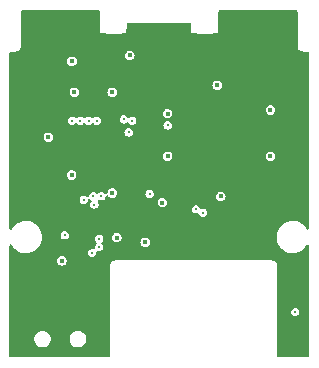
<source format=gbr>
%TF.GenerationSoftware,KiCad,Pcbnew,7.0.8*%
%TF.CreationDate,2024-04-10T13:39:31+02:00*%
%TF.ProjectId,Expansion_Card_Retrofit,45787061-6e73-4696-9f6e-5f436172645f,X1*%
%TF.SameCoordinates,Original*%
%TF.FileFunction,Copper,L2,Inr*%
%TF.FilePolarity,Positive*%
%FSLAX46Y46*%
G04 Gerber Fmt 4.6, Leading zero omitted, Abs format (unit mm)*
G04 Created by KiCad (PCBNEW 7.0.8) date 2024-04-10 13:39:31*
%MOMM*%
%LPD*%
G01*
G04 APERTURE LIST*
%TA.AperFunction,ViaPad*%
%ADD10C,0.300000*%
%TD*%
%TA.AperFunction,ViaPad*%
%ADD11C,0.400000*%
%TD*%
G04 APERTURE END LIST*
D10*
%TO.N,GND*%
X144700000Y-92200000D03*
X135800000Y-103400000D03*
X135200000Y-102800000D03*
X144200000Y-101400000D03*
X145500000Y-89900000D03*
X145500000Y-90900000D03*
X138500000Y-100700000D03*
X146900000Y-102100000D03*
X146900000Y-106000000D03*
X134300000Y-92200000D03*
X133200000Y-98100000D03*
X133700000Y-88700000D03*
X145200000Y-101800000D03*
X148800000Y-89300000D03*
X144300000Y-99000000D03*
X133200000Y-96900000D03*
X148900000Y-93500000D03*
X143000000Y-95800000D03*
X133100000Y-88400000D03*
X139000000Y-89200000D03*
X132400000Y-92200000D03*
X149500000Y-100000000D03*
X138400000Y-88000000D03*
X138900000Y-93500000D03*
X133200000Y-95700000D03*
X136300000Y-98800000D03*
X143000000Y-97300000D03*
X142000000Y-103800000D03*
X143000000Y-99000000D03*
X135100000Y-98800000D03*
X149700000Y-95400000D03*
X141300000Y-93400000D03*
X150500000Y-94500000D03*
X149900000Y-98400000D03*
X141000000Y-96200000D03*
X145300000Y-94600000D03*
X132700000Y-91300000D03*
X136500000Y-90100000D03*
X141100000Y-99800000D03*
X142000000Y-100300000D03*
X131800000Y-90300000D03*
X142100000Y-93400000D03*
X146900000Y-104000000D03*
X142000000Y-106000000D03*
X145700000Y-99000000D03*
X144500000Y-106000000D03*
X141000000Y-97000000D03*
X135200000Y-90100000D03*
X139400000Y-103600000D03*
X142200000Y-90200000D03*
X137700000Y-99200000D03*
X150200000Y-89300000D03*
X139400000Y-106000000D03*
X135600000Y-92200000D03*
X144500000Y-103700000D03*
X146900000Y-94600000D03*
X134000000Y-98800000D03*
X147300000Y-98700000D03*
X138500000Y-100000000D03*
X137900000Y-88500000D03*
X143000000Y-94400000D03*
X138900000Y-92200000D03*
D11*
X137900000Y-96900000D03*
D10*
X141300000Y-91200000D03*
D11*
%TO.N,+3V3*%
X145500000Y-101120000D03*
X132874500Y-99300000D03*
X145200000Y-91700000D03*
X132050500Y-106575500D03*
X149700000Y-97700000D03*
X130900000Y-96100000D03*
X133100000Y-92300000D03*
X141000000Y-94100000D03*
X132900000Y-89674500D03*
X136300000Y-92300000D03*
X149700000Y-93800000D03*
X136300000Y-100825500D03*
X139100000Y-105000000D03*
X140552455Y-101631409D03*
X141000000Y-97700000D03*
%TO.N,VBUS*%
X137800000Y-89180000D03*
X136700000Y-104600000D03*
D10*
%TO.N,/Development Board Section/GPIO_ADC3*%
X139475000Y-100900000D03*
X132914820Y-94700000D03*
%TO.N,LED_EN*%
X151800000Y-110900000D03*
X135000000Y-94700000D03*
%TO.N,GPIO2*%
X133900000Y-101400000D03*
X135200000Y-104700000D03*
%TO.N,GPIO3*%
X134800000Y-101800000D03*
%TO.N,GPIO4*%
X134700000Y-101100000D03*
%TO.N,GPIO5*%
X135400000Y-101100000D03*
%TO.N,SWCLK*%
X135200000Y-105400000D03*
X141000000Y-95100000D03*
X137700000Y-95700000D03*
%TO.N,SWDIO*%
X134600000Y-105900000D03*
X137300000Y-94600000D03*
%TO.N,/Development Board Section/RUN*%
X138000000Y-94700000D03*
X132300000Y-104400000D03*
%TO.N,GPIO_ADC0*%
X134304000Y-94700000D03*
X144000000Y-102500000D03*
%TO.N,GPIO_ADC1*%
X133600000Y-94700000D03*
X143400000Y-102200000D03*
%TD*%
%TA.AperFunction,Conductor*%
%TO.N,GND*%
G36*
X135193039Y-85370185D02*
G01*
X135238794Y-85422989D01*
X135250000Y-85474500D01*
X135250000Y-87250000D01*
X135525948Y-87250000D01*
X135579748Y-87262279D01*
X135700412Y-87320389D01*
X135700416Y-87320390D01*
X135700419Y-87320391D01*
X135832333Y-87350499D01*
X135832338Y-87350499D01*
X135832340Y-87350500D01*
X135832342Y-87350500D01*
X137017658Y-87350500D01*
X137017660Y-87350500D01*
X137017662Y-87350499D01*
X137017666Y-87350499D01*
X137149580Y-87320391D01*
X137149580Y-87320390D01*
X137149588Y-87320389D01*
X137270251Y-87262279D01*
X137324052Y-87250000D01*
X137500000Y-87250000D01*
X137500000Y-87020227D01*
X137512279Y-86966428D01*
X137520389Y-86949588D01*
X137550500Y-86817660D01*
X137550500Y-86750000D01*
X137550500Y-86702405D01*
X137550500Y-86514500D01*
X137570185Y-86447461D01*
X137622989Y-86401706D01*
X137674500Y-86390500D01*
X142876000Y-86390500D01*
X142943039Y-86410185D01*
X142988794Y-86462989D01*
X143000000Y-86514500D01*
X143000000Y-87250000D01*
X143275948Y-87250000D01*
X143329748Y-87262279D01*
X143450412Y-87320389D01*
X143450416Y-87320390D01*
X143450419Y-87320391D01*
X143582333Y-87350499D01*
X143582338Y-87350499D01*
X143582340Y-87350500D01*
X143582342Y-87350500D01*
X144767658Y-87350500D01*
X144767660Y-87350500D01*
X144767662Y-87350499D01*
X144767666Y-87350499D01*
X144899580Y-87320391D01*
X144899580Y-87320390D01*
X144899588Y-87320389D01*
X145020251Y-87262279D01*
X145074052Y-87250000D01*
X145250000Y-87250000D01*
X145250000Y-87020227D01*
X145262279Y-86966428D01*
X145270389Y-86949588D01*
X145300500Y-86817660D01*
X145300500Y-86750000D01*
X145300500Y-86702405D01*
X145300500Y-85474500D01*
X145320185Y-85407461D01*
X145372989Y-85361706D01*
X145424500Y-85350500D01*
X151875500Y-85350500D01*
X151942539Y-85370185D01*
X151988294Y-85422989D01*
X151999500Y-85474500D01*
X151999500Y-88317656D01*
X151999610Y-88318632D01*
X152000000Y-88325582D01*
X152000000Y-88750000D01*
X152225948Y-88750000D01*
X152279748Y-88762279D01*
X152400412Y-88820389D01*
X152400416Y-88820390D01*
X152400419Y-88820391D01*
X152532333Y-88850499D01*
X152532338Y-88850499D01*
X152532340Y-88850500D01*
X152543827Y-88850500D01*
X152875500Y-88850500D01*
X152942539Y-88870185D01*
X152988294Y-88922989D01*
X152999500Y-88974500D01*
X152999500Y-103801632D01*
X152979815Y-103868671D01*
X152927011Y-103914426D01*
X152857853Y-103924370D01*
X152794297Y-103895345D01*
X152769910Y-103866646D01*
X152751814Y-103837257D01*
X152692951Y-103741657D01*
X152540620Y-103568575D01*
X152540619Y-103568574D01*
X152540615Y-103568570D01*
X152361234Y-103423730D01*
X152361233Y-103423729D01*
X152159938Y-103311279D01*
X151942541Y-103234468D01*
X151942540Y-103234467D01*
X151942538Y-103234467D01*
X151942534Y-103234466D01*
X151942533Y-103234466D01*
X151715293Y-103195500D01*
X151715285Y-103195500D01*
X151542465Y-103195500D01*
X151542460Y-103195500D01*
X151370265Y-103210155D01*
X151147131Y-103268254D01*
X150937034Y-103363223D01*
X150937032Y-103363224D01*
X150745999Y-103492342D01*
X150579540Y-103651878D01*
X150442434Y-103837257D01*
X150338630Y-104043138D01*
X150271113Y-104263606D01*
X150241828Y-104492306D01*
X150251613Y-104722662D01*
X150251614Y-104722670D01*
X150300190Y-104948062D01*
X150300190Y-104948063D01*
X150371411Y-105125304D01*
X150386159Y-105162006D01*
X150430089Y-105233353D01*
X150507048Y-105358342D01*
X150659380Y-105531425D01*
X150659384Y-105531429D01*
X150838765Y-105676269D01*
X150838766Y-105676270D01*
X150838769Y-105676271D01*
X150838772Y-105676274D01*
X151040063Y-105788721D01*
X151257462Y-105865533D01*
X151384272Y-105887277D01*
X151484706Y-105904499D01*
X151484715Y-105904500D01*
X151657540Y-105904500D01*
X151829734Y-105889844D01*
X151829737Y-105889843D01*
X151829739Y-105889843D01*
X152052869Y-105831745D01*
X152260237Y-105738009D01*
X152262965Y-105736776D01*
X152262967Y-105736775D01*
X152262967Y-105736774D01*
X152262971Y-105736773D01*
X152454000Y-105607659D01*
X152620462Y-105448119D01*
X152757566Y-105262742D01*
X152764777Y-105248437D01*
X152812535Y-105197440D01*
X152880284Y-105180356D01*
X152946514Y-105202613D01*
X152990198Y-105257142D01*
X152999500Y-105304264D01*
X152999500Y-114625500D01*
X152979815Y-114692539D01*
X152927011Y-114738294D01*
X152875500Y-114749500D01*
X150424500Y-114749500D01*
X150357461Y-114729815D01*
X150311706Y-114677011D01*
X150300500Y-114625500D01*
X150300500Y-110900002D01*
X151445131Y-110900002D01*
X151462498Y-111009658D01*
X151512904Y-111108585D01*
X151512909Y-111108592D01*
X151591407Y-111187090D01*
X151591410Y-111187092D01*
X151591413Y-111187095D01*
X151690339Y-111237500D01*
X151690341Y-111237501D01*
X151799998Y-111254869D01*
X151800000Y-111254869D01*
X151800002Y-111254869D01*
X151909658Y-111237501D01*
X151909659Y-111237500D01*
X151909661Y-111237500D01*
X152008587Y-111187095D01*
X152087095Y-111108587D01*
X152137500Y-111009661D01*
X152137500Y-111009659D01*
X152137501Y-111009658D01*
X152154869Y-110900002D01*
X152154869Y-110899997D01*
X152137501Y-110790341D01*
X152137500Y-110790339D01*
X152087095Y-110691413D01*
X152087092Y-110691410D01*
X152087090Y-110691407D01*
X152008592Y-110612909D01*
X152008588Y-110612906D01*
X152008587Y-110612905D01*
X152004743Y-110610946D01*
X151909658Y-110562498D01*
X151800002Y-110545131D01*
X151799998Y-110545131D01*
X151690341Y-110562498D01*
X151591414Y-110612904D01*
X151591407Y-110612909D01*
X151512909Y-110691407D01*
X151512904Y-110691414D01*
X151462498Y-110790341D01*
X151445131Y-110899997D01*
X151445131Y-110900002D01*
X150300500Y-110900002D01*
X150300500Y-107019583D01*
X150300481Y-107019183D01*
X150300485Y-106985057D01*
X150300484Y-106985052D01*
X150281889Y-106903550D01*
X150275397Y-106875095D01*
X150226467Y-106773473D01*
X150168523Y-106700804D01*
X150156154Y-106685291D01*
X150156149Y-106685286D01*
X150067969Y-106614959D01*
X149966354Y-106566021D01*
X149966350Y-106566020D01*
X149953962Y-106563192D01*
X149856394Y-106540921D01*
X149856391Y-106540921D01*
X136651383Y-106540921D01*
X136651311Y-106540900D01*
X136600000Y-106540900D01*
X136543603Y-106540900D01*
X136474672Y-106556634D01*
X136433641Y-106566000D01*
X136433638Y-106566001D01*
X136332019Y-106614941D01*
X136243835Y-106685271D01*
X136243834Y-106685273D01*
X136173514Y-106773462D01*
X136124583Y-106875087D01*
X136124583Y-106875088D01*
X136099494Y-106985052D01*
X136099493Y-106985056D01*
X136099500Y-107041389D01*
X136099500Y-114625500D01*
X136079815Y-114692539D01*
X136027011Y-114738294D01*
X135975500Y-114749500D01*
X127724500Y-114749500D01*
X127657461Y-114729815D01*
X127611706Y-114677011D01*
X127600500Y-114625500D01*
X127600500Y-113285542D01*
X129695500Y-113285542D01*
X129736441Y-113451650D01*
X129736442Y-113451653D01*
X129736443Y-113451654D01*
X129815950Y-113603141D01*
X129929399Y-113731199D01*
X130070198Y-113828385D01*
X130157472Y-113861483D01*
X130230160Y-113889051D01*
X130230162Y-113889051D01*
X130230164Y-113889052D01*
X130272572Y-113894201D01*
X130357387Y-113904500D01*
X130357389Y-113904500D01*
X130442613Y-113904500D01*
X130506223Y-113896776D01*
X130569836Y-113889052D01*
X130729802Y-113828385D01*
X130870601Y-113731199D01*
X130984050Y-113603141D01*
X131063557Y-113451654D01*
X131104500Y-113285542D01*
X132695500Y-113285542D01*
X132736441Y-113451650D01*
X132736442Y-113451653D01*
X132736443Y-113451654D01*
X132815950Y-113603141D01*
X132929399Y-113731199D01*
X133070198Y-113828385D01*
X133157472Y-113861483D01*
X133230160Y-113889051D01*
X133230162Y-113889051D01*
X133230164Y-113889052D01*
X133272572Y-113894201D01*
X133357387Y-113904500D01*
X133357389Y-113904500D01*
X133442613Y-113904500D01*
X133506223Y-113896776D01*
X133569836Y-113889052D01*
X133729802Y-113828385D01*
X133870601Y-113731199D01*
X133984050Y-113603141D01*
X134063557Y-113451654D01*
X134104500Y-113285542D01*
X134104500Y-113114458D01*
X134063557Y-112948346D01*
X133984050Y-112796859D01*
X133870601Y-112668801D01*
X133729802Y-112571615D01*
X133569839Y-112510948D01*
X133569834Y-112510947D01*
X133442613Y-112495500D01*
X133442611Y-112495500D01*
X133357389Y-112495500D01*
X133357387Y-112495500D01*
X133230165Y-112510947D01*
X133230160Y-112510948D01*
X133070197Y-112571615D01*
X133070196Y-112571616D01*
X132929399Y-112668800D01*
X132815950Y-112796859D01*
X132736441Y-112948349D01*
X132695500Y-113114457D01*
X132695500Y-113285542D01*
X131104500Y-113285542D01*
X131104500Y-113114458D01*
X131063557Y-112948346D01*
X130984050Y-112796859D01*
X130870601Y-112668801D01*
X130729802Y-112571615D01*
X130569839Y-112510948D01*
X130569834Y-112510947D01*
X130442613Y-112495500D01*
X130442611Y-112495500D01*
X130357389Y-112495500D01*
X130357387Y-112495500D01*
X130230165Y-112510947D01*
X130230160Y-112510948D01*
X130070197Y-112571615D01*
X130070196Y-112571616D01*
X129929399Y-112668800D01*
X129815950Y-112796859D01*
X129736441Y-112948349D01*
X129695500Y-113114457D01*
X129695500Y-113285542D01*
X127600500Y-113285542D01*
X127600500Y-106575503D01*
X131645008Y-106575503D01*
X131664852Y-106700800D01*
X131664852Y-106700801D01*
X131664854Y-106700804D01*
X131722450Y-106813842D01*
X131722452Y-106813844D01*
X131722454Y-106813847D01*
X131812152Y-106903545D01*
X131812154Y-106903546D01*
X131812158Y-106903550D01*
X131925196Y-106961146D01*
X131925197Y-106961146D01*
X131925199Y-106961147D01*
X132050497Y-106980992D01*
X132050500Y-106980992D01*
X132050503Y-106980992D01*
X132175800Y-106961147D01*
X132175801Y-106961147D01*
X132175802Y-106961146D01*
X132175804Y-106961146D01*
X132288842Y-106903550D01*
X132378550Y-106813842D01*
X132436146Y-106700804D01*
X132436146Y-106700802D01*
X132436147Y-106700801D01*
X132436147Y-106700800D01*
X132455992Y-106575503D01*
X132455992Y-106575496D01*
X132436147Y-106450199D01*
X132436147Y-106450198D01*
X132436146Y-106450196D01*
X132378550Y-106337158D01*
X132378546Y-106337154D01*
X132378545Y-106337152D01*
X132288847Y-106247454D01*
X132288844Y-106247452D01*
X132288842Y-106247450D01*
X132175804Y-106189854D01*
X132175803Y-106189853D01*
X132175800Y-106189852D01*
X132050503Y-106170008D01*
X132050497Y-106170008D01*
X131925199Y-106189852D01*
X131925198Y-106189852D01*
X131849837Y-106228251D01*
X131812158Y-106247450D01*
X131812157Y-106247451D01*
X131812152Y-106247454D01*
X131722454Y-106337152D01*
X131722451Y-106337157D01*
X131664852Y-106450198D01*
X131664852Y-106450199D01*
X131645008Y-106575496D01*
X131645008Y-106575503D01*
X127600500Y-106575503D01*
X127600500Y-105298367D01*
X127620185Y-105231328D01*
X127672989Y-105185573D01*
X127742147Y-105175629D01*
X127805703Y-105204654D01*
X127830087Y-105233349D01*
X127870120Y-105298367D01*
X127907048Y-105358342D01*
X128059380Y-105531425D01*
X128059384Y-105531429D01*
X128238765Y-105676269D01*
X128238766Y-105676270D01*
X128238769Y-105676271D01*
X128238772Y-105676274D01*
X128440063Y-105788721D01*
X128657462Y-105865533D01*
X128784272Y-105887277D01*
X128884706Y-105904499D01*
X128884715Y-105904500D01*
X129057540Y-105904500D01*
X129110387Y-105900002D01*
X134245131Y-105900002D01*
X134262498Y-106009658D01*
X134312904Y-106108585D01*
X134312909Y-106108592D01*
X134391407Y-106187090D01*
X134391410Y-106187092D01*
X134391413Y-106187095D01*
X134490339Y-106237500D01*
X134490341Y-106237501D01*
X134599998Y-106254869D01*
X134600000Y-106254869D01*
X134600002Y-106254869D01*
X134709658Y-106237501D01*
X134709659Y-106237500D01*
X134709661Y-106237500D01*
X134808587Y-106187095D01*
X134887095Y-106108587D01*
X134937500Y-106009661D01*
X134937500Y-106009659D01*
X134937501Y-106009658D01*
X134954869Y-105900002D01*
X134954869Y-105900001D01*
X134954869Y-105900000D01*
X134951682Y-105879880D01*
X134960636Y-105810589D01*
X135005631Y-105757136D01*
X135072382Y-105736495D01*
X135093551Y-105738008D01*
X135155183Y-105747770D01*
X135199999Y-105754869D01*
X135200000Y-105754869D01*
X135200002Y-105754869D01*
X135309658Y-105737501D01*
X135309659Y-105737500D01*
X135309661Y-105737500D01*
X135408587Y-105687095D01*
X135487095Y-105608587D01*
X135537500Y-105509661D01*
X135537500Y-105509659D01*
X135537501Y-105509658D01*
X135554869Y-105400002D01*
X135554869Y-105399997D01*
X135537501Y-105290341D01*
X135508464Y-105233353D01*
X135487095Y-105191413D01*
X135487092Y-105191410D01*
X135487090Y-105191407D01*
X135433364Y-105137681D01*
X135399879Y-105076358D01*
X135404863Y-105006666D01*
X135433364Y-104962319D01*
X135487090Y-104908592D01*
X135487095Y-104908587D01*
X135537500Y-104809661D01*
X135537500Y-104809659D01*
X135537501Y-104809658D01*
X135554869Y-104700002D01*
X135554869Y-104699997D01*
X135539031Y-104600003D01*
X136294508Y-104600003D01*
X136314352Y-104725300D01*
X136314352Y-104725301D01*
X136329418Y-104754869D01*
X136371950Y-104838342D01*
X136371952Y-104838344D01*
X136371954Y-104838347D01*
X136461652Y-104928045D01*
X136461654Y-104928046D01*
X136461658Y-104928050D01*
X136574696Y-104985646D01*
X136574697Y-104985646D01*
X136574699Y-104985647D01*
X136699997Y-105005492D01*
X136700000Y-105005492D01*
X136700003Y-105005492D01*
X136734659Y-105000003D01*
X138694508Y-105000003D01*
X138714352Y-105125300D01*
X138714352Y-105125301D01*
X138714354Y-105125304D01*
X138771950Y-105238342D01*
X138771952Y-105238344D01*
X138771954Y-105238347D01*
X138861652Y-105328045D01*
X138861654Y-105328046D01*
X138861658Y-105328050D01*
X138974696Y-105385646D01*
X138974697Y-105385646D01*
X138974699Y-105385647D01*
X139099997Y-105405492D01*
X139100000Y-105405492D01*
X139100003Y-105405492D01*
X139225300Y-105385647D01*
X139225301Y-105385647D01*
X139225302Y-105385646D01*
X139225304Y-105385646D01*
X139338342Y-105328050D01*
X139428050Y-105238342D01*
X139485646Y-105125304D01*
X139485646Y-105125302D01*
X139485647Y-105125301D01*
X139485647Y-105125300D01*
X139505492Y-105000003D01*
X139505492Y-104999996D01*
X139485647Y-104874699D01*
X139485647Y-104874698D01*
X139467125Y-104838347D01*
X139428050Y-104761658D01*
X139428046Y-104761654D01*
X139428045Y-104761652D01*
X139338347Y-104671954D01*
X139338344Y-104671952D01*
X139338342Y-104671950D01*
X139225304Y-104614354D01*
X139225303Y-104614353D01*
X139225300Y-104614352D01*
X139100003Y-104594508D01*
X139099997Y-104594508D01*
X138974699Y-104614352D01*
X138974698Y-104614352D01*
X138899337Y-104652751D01*
X138861658Y-104671950D01*
X138861657Y-104671951D01*
X138861652Y-104671954D01*
X138771954Y-104761652D01*
X138771951Y-104761657D01*
X138714352Y-104874698D01*
X138714352Y-104874699D01*
X138694508Y-104999996D01*
X138694508Y-105000003D01*
X136734659Y-105000003D01*
X136825300Y-104985647D01*
X136825301Y-104985647D01*
X136825302Y-104985646D01*
X136825304Y-104985646D01*
X136938342Y-104928050D01*
X137028050Y-104838342D01*
X137085646Y-104725304D01*
X137085646Y-104725302D01*
X137085647Y-104725301D01*
X137085647Y-104725300D01*
X137105492Y-104600003D01*
X137105492Y-104599996D01*
X137085647Y-104474699D01*
X137085647Y-104474698D01*
X137085646Y-104474696D01*
X137028050Y-104361658D01*
X137028046Y-104361654D01*
X137028045Y-104361652D01*
X136938347Y-104271954D01*
X136938344Y-104271952D01*
X136938342Y-104271950D01*
X136825304Y-104214354D01*
X136825303Y-104214353D01*
X136825300Y-104214352D01*
X136700003Y-104194508D01*
X136699997Y-104194508D01*
X136574699Y-104214352D01*
X136574698Y-104214352D01*
X136499337Y-104252751D01*
X136461658Y-104271950D01*
X136461657Y-104271951D01*
X136461652Y-104271954D01*
X136371954Y-104361652D01*
X136371951Y-104361657D01*
X136314352Y-104474698D01*
X136314352Y-104474699D01*
X136294508Y-104599996D01*
X136294508Y-104600003D01*
X135539031Y-104600003D01*
X135537501Y-104590341D01*
X135537500Y-104590339D01*
X135487095Y-104491413D01*
X135487092Y-104491410D01*
X135487090Y-104491407D01*
X135408592Y-104412909D01*
X135408588Y-104412906D01*
X135408587Y-104412905D01*
X135383263Y-104400002D01*
X135309658Y-104362498D01*
X135200002Y-104345131D01*
X135199998Y-104345131D01*
X135090341Y-104362498D01*
X134991414Y-104412904D01*
X134991407Y-104412909D01*
X134912909Y-104491407D01*
X134912904Y-104491414D01*
X134862498Y-104590341D01*
X134845131Y-104699997D01*
X134845131Y-104700002D01*
X134862498Y-104809658D01*
X134912904Y-104908585D01*
X134912909Y-104908592D01*
X134966636Y-104962319D01*
X135000121Y-105023642D01*
X134995137Y-105093334D01*
X134966636Y-105137681D01*
X134912909Y-105191407D01*
X134912904Y-105191414D01*
X134862498Y-105290341D01*
X134845131Y-105399997D01*
X134845131Y-105400003D01*
X134848317Y-105420120D01*
X134839362Y-105489413D01*
X134794366Y-105542865D01*
X134727614Y-105563504D01*
X134706446Y-105561990D01*
X134600002Y-105545131D01*
X134599998Y-105545131D01*
X134490341Y-105562498D01*
X134391414Y-105612904D01*
X134391407Y-105612909D01*
X134312909Y-105691407D01*
X134312904Y-105691414D01*
X134262498Y-105790341D01*
X134245131Y-105899997D01*
X134245131Y-105900002D01*
X129110387Y-105900002D01*
X129229734Y-105889844D01*
X129229737Y-105889843D01*
X129229739Y-105889843D01*
X129452869Y-105831745D01*
X129660237Y-105738009D01*
X129662965Y-105736776D01*
X129662967Y-105736775D01*
X129662967Y-105736774D01*
X129662971Y-105736773D01*
X129854000Y-105607659D01*
X130020462Y-105448119D01*
X130157566Y-105262742D01*
X130261370Y-105056860D01*
X130328886Y-104836397D01*
X130358172Y-104607694D01*
X130349349Y-104400002D01*
X131945131Y-104400002D01*
X131962498Y-104509658D01*
X132012904Y-104608585D01*
X132012909Y-104608592D01*
X132091407Y-104687090D01*
X132091410Y-104687092D01*
X132091413Y-104687095D01*
X132166395Y-104725300D01*
X132190341Y-104737501D01*
X132299998Y-104754869D01*
X132300000Y-104754869D01*
X132300002Y-104754869D01*
X132409658Y-104737501D01*
X132409659Y-104737500D01*
X132409661Y-104737500D01*
X132508587Y-104687095D01*
X132587095Y-104608587D01*
X132637500Y-104509661D01*
X132637500Y-104509659D01*
X132637501Y-104509658D01*
X132654869Y-104400002D01*
X132654869Y-104399997D01*
X132637501Y-104290341D01*
X132598783Y-104214352D01*
X132587095Y-104191413D01*
X132587092Y-104191410D01*
X132587090Y-104191407D01*
X132508592Y-104112909D01*
X132508588Y-104112906D01*
X132508587Y-104112905D01*
X132504743Y-104110946D01*
X132409658Y-104062498D01*
X132300002Y-104045131D01*
X132299998Y-104045131D01*
X132190341Y-104062498D01*
X132091414Y-104112904D01*
X132091407Y-104112909D01*
X132012909Y-104191407D01*
X132012904Y-104191414D01*
X131962498Y-104290341D01*
X131945131Y-104399997D01*
X131945131Y-104400002D01*
X130349349Y-104400002D01*
X130348386Y-104377332D01*
X130299810Y-104151938D01*
X130213841Y-103937994D01*
X130092951Y-103741657D01*
X129940620Y-103568575D01*
X129940619Y-103568574D01*
X129940615Y-103568570D01*
X129761234Y-103423730D01*
X129761233Y-103423729D01*
X129559938Y-103311279D01*
X129342541Y-103234468D01*
X129342540Y-103234467D01*
X129342538Y-103234467D01*
X129342534Y-103234466D01*
X129342533Y-103234466D01*
X129115293Y-103195500D01*
X129115285Y-103195500D01*
X128942465Y-103195500D01*
X128942460Y-103195500D01*
X128770265Y-103210155D01*
X128547131Y-103268254D01*
X128337034Y-103363223D01*
X128337032Y-103363224D01*
X128145999Y-103492342D01*
X127979540Y-103651878D01*
X127842434Y-103837257D01*
X127835222Y-103851562D01*
X127787463Y-103902560D01*
X127719714Y-103919643D01*
X127653484Y-103897385D01*
X127609801Y-103842854D01*
X127600500Y-103795735D01*
X127600500Y-102200002D01*
X143045131Y-102200002D01*
X143062498Y-102309658D01*
X143112904Y-102408585D01*
X143112909Y-102408592D01*
X143191407Y-102487090D01*
X143191410Y-102487092D01*
X143191413Y-102487095D01*
X143216741Y-102500000D01*
X143290341Y-102537501D01*
X143399998Y-102554869D01*
X143400000Y-102554869D01*
X143400002Y-102554869D01*
X143519300Y-102535974D01*
X143519539Y-102537484D01*
X143578596Y-102535792D01*
X143638433Y-102571866D01*
X143656027Y-102602006D01*
X143658070Y-102600966D01*
X143712904Y-102708585D01*
X143712909Y-102708592D01*
X143791407Y-102787090D01*
X143791410Y-102787092D01*
X143791413Y-102787095D01*
X143890339Y-102837500D01*
X143890341Y-102837501D01*
X143999998Y-102854869D01*
X144000000Y-102854869D01*
X144000002Y-102854869D01*
X144109658Y-102837501D01*
X144109659Y-102837500D01*
X144109661Y-102837500D01*
X144208587Y-102787095D01*
X144287095Y-102708587D01*
X144337500Y-102609661D01*
X144337500Y-102609659D01*
X144337501Y-102609658D01*
X144354869Y-102500002D01*
X144354869Y-102499997D01*
X144337501Y-102390341D01*
X144337500Y-102390339D01*
X144287095Y-102291413D01*
X144287092Y-102291410D01*
X144287090Y-102291407D01*
X144208592Y-102212909D01*
X144208588Y-102212906D01*
X144208587Y-102212905D01*
X144183263Y-102200002D01*
X144109658Y-102162498D01*
X144000002Y-102145131D01*
X143999998Y-102145131D01*
X143880700Y-102164026D01*
X143880461Y-102162518D01*
X143821385Y-102164203D01*
X143761554Y-102128119D01*
X143743977Y-102097990D01*
X143741930Y-102099034D01*
X143735847Y-102087095D01*
X143687095Y-101991413D01*
X143687092Y-101991410D01*
X143687090Y-101991407D01*
X143608592Y-101912909D01*
X143608588Y-101912906D01*
X143608587Y-101912905D01*
X143602214Y-101909658D01*
X143509658Y-101862498D01*
X143400002Y-101845131D01*
X143399998Y-101845131D01*
X143290341Y-101862498D01*
X143191414Y-101912904D01*
X143191407Y-101912909D01*
X143112909Y-101991407D01*
X143112904Y-101991414D01*
X143062498Y-102090341D01*
X143045131Y-102199997D01*
X143045131Y-102200002D01*
X127600500Y-102200002D01*
X127600500Y-101400002D01*
X133545131Y-101400002D01*
X133562498Y-101509658D01*
X133612904Y-101608585D01*
X133612909Y-101608592D01*
X133691407Y-101687090D01*
X133691410Y-101687092D01*
X133691413Y-101687095D01*
X133790339Y-101737500D01*
X133790341Y-101737501D01*
X133899998Y-101754869D01*
X133900000Y-101754869D01*
X133900002Y-101754869D01*
X134009658Y-101737501D01*
X134009659Y-101737500D01*
X134009661Y-101737500D01*
X134108587Y-101687095D01*
X134187095Y-101608587D01*
X134237500Y-101509661D01*
X134237500Y-101509659D01*
X134237501Y-101509658D01*
X134250905Y-101425026D01*
X134280834Y-101361891D01*
X134340145Y-101324959D01*
X134410007Y-101325957D01*
X134461059Y-101356742D01*
X134491407Y-101387090D01*
X134491410Y-101387092D01*
X134491413Y-101387095D01*
X134491415Y-101387096D01*
X134499305Y-101392828D01*
X134498099Y-101394487D01*
X134539731Y-101433810D01*
X134556524Y-101501631D01*
X134533984Y-101567765D01*
X134520322Y-101583994D01*
X134512910Y-101591405D01*
X134512904Y-101591414D01*
X134462498Y-101690341D01*
X134445131Y-101799997D01*
X134445131Y-101800002D01*
X134462498Y-101909658D01*
X134512904Y-102008585D01*
X134512909Y-102008592D01*
X134591407Y-102087090D01*
X134591410Y-102087092D01*
X134591413Y-102087095D01*
X134671928Y-102128119D01*
X134690341Y-102137501D01*
X134799998Y-102154869D01*
X134800000Y-102154869D01*
X134800002Y-102154869D01*
X134909658Y-102137501D01*
X134909659Y-102137500D01*
X134909661Y-102137500D01*
X135008587Y-102087095D01*
X135087095Y-102008587D01*
X135137500Y-101909661D01*
X135137500Y-101909659D01*
X135137501Y-101909658D01*
X135154869Y-101800002D01*
X135154869Y-101799997D01*
X135137501Y-101690343D01*
X135137500Y-101690341D01*
X135137500Y-101690339D01*
X135107475Y-101631412D01*
X140146963Y-101631412D01*
X140166807Y-101756709D01*
X140166807Y-101756710D01*
X140166809Y-101756713D01*
X140224405Y-101869751D01*
X140224407Y-101869753D01*
X140224409Y-101869756D01*
X140314107Y-101959454D01*
X140314109Y-101959455D01*
X140314113Y-101959459D01*
X140427151Y-102017055D01*
X140427152Y-102017055D01*
X140427154Y-102017056D01*
X140552452Y-102036901D01*
X140552455Y-102036901D01*
X140552458Y-102036901D01*
X140677755Y-102017056D01*
X140677756Y-102017056D01*
X140677757Y-102017055D01*
X140677759Y-102017055D01*
X140790797Y-101959459D01*
X140880505Y-101869751D01*
X140938101Y-101756713D01*
X140938101Y-101756711D01*
X140938102Y-101756710D01*
X140938102Y-101756709D01*
X140957947Y-101631412D01*
X140957947Y-101631405D01*
X140938102Y-101506108D01*
X140938102Y-101506107D01*
X140935821Y-101501631D01*
X140880505Y-101393067D01*
X140880501Y-101393063D01*
X140880500Y-101393061D01*
X140790802Y-101303363D01*
X140790799Y-101303361D01*
X140790797Y-101303359D01*
X140677759Y-101245763D01*
X140677758Y-101245762D01*
X140677755Y-101245761D01*
X140552458Y-101225917D01*
X140552452Y-101225917D01*
X140427154Y-101245761D01*
X140427153Y-101245761D01*
X140351792Y-101284160D01*
X140314113Y-101303359D01*
X140314112Y-101303360D01*
X140314107Y-101303363D01*
X140224409Y-101393061D01*
X140224406Y-101393066D01*
X140224405Y-101393067D01*
X140212253Y-101416916D01*
X140166807Y-101506107D01*
X140166807Y-101506108D01*
X140146963Y-101631405D01*
X140146963Y-101631412D01*
X135107475Y-101631412D01*
X135087095Y-101591413D01*
X135087092Y-101591410D01*
X135083162Y-101583696D01*
X135070266Y-101515026D01*
X135096542Y-101450286D01*
X135153649Y-101410029D01*
X135223455Y-101407037D01*
X135249935Y-101416913D01*
X135290339Y-101437500D01*
X135290341Y-101437500D01*
X135290343Y-101437501D01*
X135399998Y-101454869D01*
X135400000Y-101454869D01*
X135400002Y-101454869D01*
X135509658Y-101437501D01*
X135509659Y-101437500D01*
X135509661Y-101437500D01*
X135608587Y-101387095D01*
X135687095Y-101308587D01*
X135737500Y-101209661D01*
X135751594Y-101120676D01*
X135781521Y-101057546D01*
X135840833Y-101020614D01*
X135910695Y-101021612D01*
X135964623Y-101057367D01*
X135965049Y-101056942D01*
X135967147Y-101059040D01*
X135968928Y-101060221D01*
X135971088Y-101062981D01*
X136061652Y-101153545D01*
X136061654Y-101153546D01*
X136061658Y-101153550D01*
X136174696Y-101211146D01*
X136174697Y-101211146D01*
X136174699Y-101211147D01*
X136299997Y-101230992D01*
X136300000Y-101230992D01*
X136300003Y-101230992D01*
X136425300Y-101211147D01*
X136425301Y-101211147D01*
X136425302Y-101211146D01*
X136425304Y-101211146D01*
X136538342Y-101153550D01*
X136628050Y-101063842D01*
X136685646Y-100950804D01*
X136685646Y-100950802D01*
X136685647Y-100950801D01*
X136685647Y-100950800D01*
X136693693Y-100900002D01*
X139120131Y-100900002D01*
X139137498Y-101009658D01*
X139187904Y-101108585D01*
X139187909Y-101108592D01*
X139266407Y-101187090D01*
X139266410Y-101187092D01*
X139266413Y-101187095D01*
X139342606Y-101225917D01*
X139365341Y-101237501D01*
X139474998Y-101254869D01*
X139475000Y-101254869D01*
X139475002Y-101254869D01*
X139584658Y-101237501D01*
X139584659Y-101237500D01*
X139584661Y-101237500D01*
X139683587Y-101187095D01*
X139750679Y-101120003D01*
X145094508Y-101120003D01*
X145114352Y-101245300D01*
X145114352Y-101245301D01*
X145132805Y-101281517D01*
X145171950Y-101358342D01*
X145171952Y-101358344D01*
X145171954Y-101358347D01*
X145261652Y-101448045D01*
X145261654Y-101448046D01*
X145261658Y-101448050D01*
X145374696Y-101505646D01*
X145374697Y-101505646D01*
X145374699Y-101505647D01*
X145499997Y-101525492D01*
X145500000Y-101525492D01*
X145500003Y-101525492D01*
X145625300Y-101505647D01*
X145625301Y-101505647D01*
X145625302Y-101505646D01*
X145625304Y-101505646D01*
X145738342Y-101448050D01*
X145828050Y-101358342D01*
X145885646Y-101245304D01*
X145885646Y-101245302D01*
X145885647Y-101245301D01*
X145885647Y-101245300D01*
X145905492Y-101120003D01*
X145905492Y-101119996D01*
X145885647Y-100994699D01*
X145885647Y-100994698D01*
X145883426Y-100990339D01*
X145828050Y-100881658D01*
X145828046Y-100881654D01*
X145828045Y-100881652D01*
X145738347Y-100791954D01*
X145738344Y-100791952D01*
X145738342Y-100791950D01*
X145625304Y-100734354D01*
X145625303Y-100734353D01*
X145625300Y-100734352D01*
X145500003Y-100714508D01*
X145499997Y-100714508D01*
X145374699Y-100734352D01*
X145374698Y-100734352D01*
X145299337Y-100772751D01*
X145261658Y-100791950D01*
X145261657Y-100791951D01*
X145261652Y-100791954D01*
X145171954Y-100881652D01*
X145171951Y-100881657D01*
X145171950Y-100881658D01*
X145168021Y-100889369D01*
X145114352Y-100994698D01*
X145114352Y-100994699D01*
X145094508Y-101119996D01*
X145094508Y-101120003D01*
X139750679Y-101120003D01*
X139762095Y-101108587D01*
X139812500Y-101009661D01*
X139812500Y-101009659D01*
X139812501Y-101009658D01*
X139829869Y-100900002D01*
X139829869Y-100899997D01*
X139812501Y-100790341D01*
X139798314Y-100762498D01*
X139762095Y-100691413D01*
X139762092Y-100691410D01*
X139762090Y-100691407D01*
X139683592Y-100612909D01*
X139683588Y-100612906D01*
X139683587Y-100612905D01*
X139679743Y-100610946D01*
X139584658Y-100562498D01*
X139475002Y-100545131D01*
X139474998Y-100545131D01*
X139365341Y-100562498D01*
X139266414Y-100612904D01*
X139266407Y-100612909D01*
X139187909Y-100691407D01*
X139187904Y-100691414D01*
X139137498Y-100790341D01*
X139120131Y-100899997D01*
X139120131Y-100900002D01*
X136693693Y-100900002D01*
X136705492Y-100825503D01*
X136705492Y-100825496D01*
X136685647Y-100700199D01*
X136685647Y-100700198D01*
X136681168Y-100691407D01*
X136628050Y-100587158D01*
X136628046Y-100587154D01*
X136628045Y-100587152D01*
X136538347Y-100497454D01*
X136538344Y-100497452D01*
X136538342Y-100497450D01*
X136425304Y-100439854D01*
X136425303Y-100439853D01*
X136425300Y-100439852D01*
X136300003Y-100420008D01*
X136299997Y-100420008D01*
X136174699Y-100439852D01*
X136174698Y-100439852D01*
X136099337Y-100478251D01*
X136061658Y-100497450D01*
X136061657Y-100497451D01*
X136061652Y-100497454D01*
X135971954Y-100587152D01*
X135971951Y-100587157D01*
X135914352Y-100700198D01*
X135895206Y-100821086D01*
X135865277Y-100884221D01*
X135805965Y-100921152D01*
X135736103Y-100920154D01*
X135685052Y-100889369D01*
X135608592Y-100812909D01*
X135608588Y-100812906D01*
X135608587Y-100812905D01*
X135567468Y-100791954D01*
X135509658Y-100762498D01*
X135400002Y-100745131D01*
X135399998Y-100745131D01*
X135290341Y-100762498D01*
X135191414Y-100812904D01*
X135191407Y-100812909D01*
X135137681Y-100866636D01*
X135076358Y-100900121D01*
X135006666Y-100895137D01*
X134962319Y-100866636D01*
X134908592Y-100812909D01*
X134908588Y-100812906D01*
X134908587Y-100812905D01*
X134867468Y-100791954D01*
X134809658Y-100762498D01*
X134700002Y-100745131D01*
X134699998Y-100745131D01*
X134590341Y-100762498D01*
X134491414Y-100812904D01*
X134491407Y-100812909D01*
X134412909Y-100891407D01*
X134412904Y-100891414D01*
X134362498Y-100990341D01*
X134349094Y-101074974D01*
X134319164Y-101138109D01*
X134259853Y-101175040D01*
X134189990Y-101174042D01*
X134138940Y-101143257D01*
X134108592Y-101112909D01*
X134108588Y-101112906D01*
X134108587Y-101112905D01*
X134100112Y-101108587D01*
X134009658Y-101062498D01*
X133900002Y-101045131D01*
X133899998Y-101045131D01*
X133790341Y-101062498D01*
X133691414Y-101112904D01*
X133691407Y-101112909D01*
X133612909Y-101191407D01*
X133612904Y-101191414D01*
X133562498Y-101290341D01*
X133545131Y-101399997D01*
X133545131Y-101400002D01*
X127600500Y-101400002D01*
X127600500Y-99300003D01*
X132469008Y-99300003D01*
X132488852Y-99425300D01*
X132488852Y-99425301D01*
X132488854Y-99425304D01*
X132546450Y-99538342D01*
X132546452Y-99538344D01*
X132546454Y-99538347D01*
X132636152Y-99628045D01*
X132636154Y-99628046D01*
X132636158Y-99628050D01*
X132749196Y-99685646D01*
X132749197Y-99685646D01*
X132749199Y-99685647D01*
X132874497Y-99705492D01*
X132874500Y-99705492D01*
X132874503Y-99705492D01*
X132999800Y-99685647D01*
X132999801Y-99685647D01*
X132999802Y-99685646D01*
X132999804Y-99685646D01*
X133112842Y-99628050D01*
X133202550Y-99538342D01*
X133260146Y-99425304D01*
X133260146Y-99425302D01*
X133260147Y-99425301D01*
X133260147Y-99425300D01*
X133279992Y-99300003D01*
X133279992Y-99299996D01*
X133260147Y-99174699D01*
X133260147Y-99174698D01*
X133260146Y-99174696D01*
X133202550Y-99061658D01*
X133202546Y-99061654D01*
X133202545Y-99061652D01*
X133112847Y-98971954D01*
X133112844Y-98971952D01*
X133112842Y-98971950D01*
X132999804Y-98914354D01*
X132999803Y-98914353D01*
X132999800Y-98914352D01*
X132874503Y-98894508D01*
X132874497Y-98894508D01*
X132749199Y-98914352D01*
X132749198Y-98914352D01*
X132673837Y-98952751D01*
X132636158Y-98971950D01*
X132636157Y-98971951D01*
X132636152Y-98971954D01*
X132546454Y-99061652D01*
X132546451Y-99061657D01*
X132488852Y-99174698D01*
X132488852Y-99174699D01*
X132469008Y-99299996D01*
X132469008Y-99300003D01*
X127600500Y-99300003D01*
X127600500Y-97700003D01*
X140594508Y-97700003D01*
X140614352Y-97825300D01*
X140614352Y-97825301D01*
X140614354Y-97825304D01*
X140671950Y-97938342D01*
X140671952Y-97938344D01*
X140671954Y-97938347D01*
X140761652Y-98028045D01*
X140761654Y-98028046D01*
X140761658Y-98028050D01*
X140874696Y-98085646D01*
X140874697Y-98085646D01*
X140874699Y-98085647D01*
X140999997Y-98105492D01*
X141000000Y-98105492D01*
X141000003Y-98105492D01*
X141125300Y-98085647D01*
X141125301Y-98085647D01*
X141125302Y-98085646D01*
X141125304Y-98085646D01*
X141238342Y-98028050D01*
X141328050Y-97938342D01*
X141385646Y-97825304D01*
X141385646Y-97825302D01*
X141385647Y-97825301D01*
X141385647Y-97825300D01*
X141405492Y-97700003D01*
X149294508Y-97700003D01*
X149314352Y-97825300D01*
X149314352Y-97825301D01*
X149314354Y-97825304D01*
X149371950Y-97938342D01*
X149371952Y-97938344D01*
X149371954Y-97938347D01*
X149461652Y-98028045D01*
X149461654Y-98028046D01*
X149461658Y-98028050D01*
X149574696Y-98085646D01*
X149574697Y-98085646D01*
X149574699Y-98085647D01*
X149699997Y-98105492D01*
X149700000Y-98105492D01*
X149700003Y-98105492D01*
X149825300Y-98085647D01*
X149825301Y-98085647D01*
X149825302Y-98085646D01*
X149825304Y-98085646D01*
X149938342Y-98028050D01*
X150028050Y-97938342D01*
X150085646Y-97825304D01*
X150085646Y-97825302D01*
X150085647Y-97825301D01*
X150085647Y-97825300D01*
X150105492Y-97700003D01*
X150105492Y-97699996D01*
X150085647Y-97574699D01*
X150085647Y-97574698D01*
X150085646Y-97574696D01*
X150028050Y-97461658D01*
X150028046Y-97461654D01*
X150028045Y-97461652D01*
X149938347Y-97371954D01*
X149938344Y-97371952D01*
X149938342Y-97371950D01*
X149825304Y-97314354D01*
X149825303Y-97314353D01*
X149825300Y-97314352D01*
X149700003Y-97294508D01*
X149699997Y-97294508D01*
X149574699Y-97314352D01*
X149574698Y-97314352D01*
X149499337Y-97352751D01*
X149461658Y-97371950D01*
X149461657Y-97371951D01*
X149461652Y-97371954D01*
X149371954Y-97461652D01*
X149371951Y-97461657D01*
X149314352Y-97574698D01*
X149314352Y-97574699D01*
X149294508Y-97699996D01*
X149294508Y-97700003D01*
X141405492Y-97700003D01*
X141405492Y-97699996D01*
X141385647Y-97574699D01*
X141385647Y-97574698D01*
X141385646Y-97574696D01*
X141328050Y-97461658D01*
X141328046Y-97461654D01*
X141328045Y-97461652D01*
X141238347Y-97371954D01*
X141238344Y-97371952D01*
X141238342Y-97371950D01*
X141125304Y-97314354D01*
X141125303Y-97314353D01*
X141125300Y-97314352D01*
X141000003Y-97294508D01*
X140999997Y-97294508D01*
X140874699Y-97314352D01*
X140874698Y-97314352D01*
X140799337Y-97352751D01*
X140761658Y-97371950D01*
X140761657Y-97371951D01*
X140761652Y-97371954D01*
X140671954Y-97461652D01*
X140671951Y-97461657D01*
X140614352Y-97574698D01*
X140614352Y-97574699D01*
X140594508Y-97699996D01*
X140594508Y-97700003D01*
X127600500Y-97700003D01*
X127600500Y-96100003D01*
X130494508Y-96100003D01*
X130514352Y-96225300D01*
X130514352Y-96225301D01*
X130514354Y-96225304D01*
X130571950Y-96338342D01*
X130571952Y-96338344D01*
X130571954Y-96338347D01*
X130661652Y-96428045D01*
X130661654Y-96428046D01*
X130661658Y-96428050D01*
X130774696Y-96485646D01*
X130774697Y-96485646D01*
X130774699Y-96485647D01*
X130899997Y-96505492D01*
X130900000Y-96505492D01*
X130900003Y-96505492D01*
X131025300Y-96485647D01*
X131025301Y-96485647D01*
X131025302Y-96485646D01*
X131025304Y-96485646D01*
X131138342Y-96428050D01*
X131228050Y-96338342D01*
X131285646Y-96225304D01*
X131285646Y-96225302D01*
X131285647Y-96225301D01*
X131285647Y-96225300D01*
X131305492Y-96100003D01*
X131305492Y-96099996D01*
X131285647Y-95974699D01*
X131285647Y-95974698D01*
X131285646Y-95974696D01*
X131228050Y-95861658D01*
X131228046Y-95861654D01*
X131228045Y-95861652D01*
X131138347Y-95771954D01*
X131138344Y-95771952D01*
X131138342Y-95771950D01*
X131025304Y-95714354D01*
X131025303Y-95714353D01*
X131025300Y-95714352D01*
X130934693Y-95700002D01*
X137345131Y-95700002D01*
X137362498Y-95809658D01*
X137412904Y-95908585D01*
X137412909Y-95908592D01*
X137491407Y-95987090D01*
X137491410Y-95987092D01*
X137491413Y-95987095D01*
X137590339Y-96037500D01*
X137590341Y-96037501D01*
X137699998Y-96054869D01*
X137700000Y-96054869D01*
X137700002Y-96054869D01*
X137809658Y-96037501D01*
X137809659Y-96037500D01*
X137809661Y-96037500D01*
X137908587Y-95987095D01*
X137987095Y-95908587D01*
X138037500Y-95809661D01*
X138037500Y-95809659D01*
X138037501Y-95809658D01*
X138054869Y-95700002D01*
X138054869Y-95699997D01*
X138037501Y-95590341D01*
X138037500Y-95590339D01*
X137987095Y-95491413D01*
X137987092Y-95491410D01*
X137987090Y-95491407D01*
X137908592Y-95412909D01*
X137908588Y-95412906D01*
X137908587Y-95412905D01*
X137857922Y-95387090D01*
X137809658Y-95362498D01*
X137700002Y-95345131D01*
X137699998Y-95345131D01*
X137590341Y-95362498D01*
X137491414Y-95412904D01*
X137491407Y-95412909D01*
X137412909Y-95491407D01*
X137412904Y-95491414D01*
X137362498Y-95590341D01*
X137345131Y-95699997D01*
X137345131Y-95700002D01*
X130934693Y-95700002D01*
X130900003Y-95694508D01*
X130899997Y-95694508D01*
X130774699Y-95714352D01*
X130774698Y-95714352D01*
X130699337Y-95752751D01*
X130661658Y-95771950D01*
X130661657Y-95771951D01*
X130661652Y-95771954D01*
X130571954Y-95861652D01*
X130571951Y-95861657D01*
X130514352Y-95974698D01*
X130514352Y-95974699D01*
X130494508Y-96099996D01*
X130494508Y-96100003D01*
X127600500Y-96100003D01*
X127600500Y-95100002D01*
X140645131Y-95100002D01*
X140662498Y-95209658D01*
X140712904Y-95308585D01*
X140712909Y-95308592D01*
X140791407Y-95387090D01*
X140791410Y-95387092D01*
X140791413Y-95387095D01*
X140890339Y-95437500D01*
X140890341Y-95437501D01*
X140999998Y-95454869D01*
X141000000Y-95454869D01*
X141000002Y-95454869D01*
X141109658Y-95437501D01*
X141109659Y-95437500D01*
X141109661Y-95437500D01*
X141208587Y-95387095D01*
X141287095Y-95308587D01*
X141337500Y-95209661D01*
X141337500Y-95209659D01*
X141337501Y-95209658D01*
X141354869Y-95100002D01*
X141354869Y-95099997D01*
X141337501Y-94990341D01*
X141319427Y-94954869D01*
X141287095Y-94891413D01*
X141287092Y-94891410D01*
X141287090Y-94891407D01*
X141208592Y-94812909D01*
X141208588Y-94812906D01*
X141208587Y-94812905D01*
X141109661Y-94762500D01*
X141109660Y-94762499D01*
X141109657Y-94762498D01*
X141109658Y-94762498D01*
X141016755Y-94747784D01*
X141000312Y-94739989D01*
X140983245Y-94747784D01*
X140890341Y-94762499D01*
X140791414Y-94812904D01*
X140791407Y-94812909D01*
X140712909Y-94891407D01*
X140712904Y-94891414D01*
X140662498Y-94990341D01*
X140645131Y-95099997D01*
X140645131Y-95100002D01*
X127600500Y-95100002D01*
X127600500Y-94700002D01*
X132559951Y-94700002D01*
X132577318Y-94809658D01*
X132627724Y-94908585D01*
X132627729Y-94908592D01*
X132706227Y-94987090D01*
X132706230Y-94987092D01*
X132706233Y-94987095D01*
X132805159Y-95037500D01*
X132805161Y-95037501D01*
X132914818Y-95054869D01*
X132914820Y-95054869D01*
X132914822Y-95054869D01*
X133024478Y-95037501D01*
X133024479Y-95037500D01*
X133024481Y-95037500D01*
X133123407Y-94987095D01*
X133123412Y-94987090D01*
X133169729Y-94940774D01*
X133231052Y-94907289D01*
X133300744Y-94912273D01*
X133345091Y-94940774D01*
X133391407Y-94987090D01*
X133391410Y-94987092D01*
X133391413Y-94987095D01*
X133490339Y-95037500D01*
X133490341Y-95037501D01*
X133599998Y-95054869D01*
X133600000Y-95054869D01*
X133600002Y-95054869D01*
X133709658Y-95037501D01*
X133709659Y-95037500D01*
X133709661Y-95037500D01*
X133808587Y-94987095D01*
X133808592Y-94987090D01*
X133864319Y-94931364D01*
X133925642Y-94897879D01*
X133995334Y-94902863D01*
X134039681Y-94931364D01*
X134095407Y-94987090D01*
X134095410Y-94987092D01*
X134095413Y-94987095D01*
X134194339Y-95037500D01*
X134194341Y-95037501D01*
X134303998Y-95054869D01*
X134304000Y-95054869D01*
X134304002Y-95054869D01*
X134413658Y-95037501D01*
X134413659Y-95037500D01*
X134413661Y-95037500D01*
X134512587Y-94987095D01*
X134512592Y-94987090D01*
X134564319Y-94935364D01*
X134625642Y-94901879D01*
X134695334Y-94906863D01*
X134739681Y-94935364D01*
X134791407Y-94987090D01*
X134791410Y-94987092D01*
X134791413Y-94987095D01*
X134890339Y-95037500D01*
X134890341Y-95037501D01*
X134999998Y-95054869D01*
X135000000Y-95054869D01*
X135000002Y-95054869D01*
X135109658Y-95037501D01*
X135109659Y-95037500D01*
X135109661Y-95037500D01*
X135208587Y-94987095D01*
X135287095Y-94908587D01*
X135337500Y-94809661D01*
X135337500Y-94809659D01*
X135337501Y-94809658D01*
X135354869Y-94700002D01*
X135354869Y-94699997D01*
X135339031Y-94600002D01*
X136945131Y-94600002D01*
X136962498Y-94709658D01*
X137012904Y-94808585D01*
X137012909Y-94808592D01*
X137091407Y-94887090D01*
X137091410Y-94887092D01*
X137091413Y-94887095D01*
X137186147Y-94935364D01*
X137190341Y-94937501D01*
X137299998Y-94954869D01*
X137300000Y-94954869D01*
X137300002Y-94954869D01*
X137409658Y-94937501D01*
X137409659Y-94937500D01*
X137409661Y-94937500D01*
X137508587Y-94887095D01*
X137515999Y-94879683D01*
X137577321Y-94846196D01*
X137647013Y-94851178D01*
X137702948Y-94893047D01*
X137710942Y-94905885D01*
X137712909Y-94908592D01*
X137791407Y-94987090D01*
X137791410Y-94987092D01*
X137791413Y-94987095D01*
X137890339Y-95037500D01*
X137890341Y-95037501D01*
X137999998Y-95054869D01*
X138000000Y-95054869D01*
X138000002Y-95054869D01*
X138109658Y-95037501D01*
X138109659Y-95037500D01*
X138109661Y-95037500D01*
X138208587Y-94987095D01*
X138287095Y-94908587D01*
X138337500Y-94809661D01*
X138337500Y-94809659D01*
X138337501Y-94809658D01*
X138354869Y-94700002D01*
X138354869Y-94699997D01*
X138337501Y-94590341D01*
X138337500Y-94590339D01*
X138287095Y-94491413D01*
X138287092Y-94491410D01*
X138287090Y-94491407D01*
X138208592Y-94412909D01*
X138208588Y-94412906D01*
X138208587Y-94412905D01*
X138196890Y-94406945D01*
X138109658Y-94362498D01*
X138000002Y-94345131D01*
X137999998Y-94345131D01*
X137890341Y-94362498D01*
X137791414Y-94412904D01*
X137791405Y-94412910D01*
X137783994Y-94420322D01*
X137722670Y-94453805D01*
X137652978Y-94448818D01*
X137597046Y-94406945D01*
X137589055Y-94394111D01*
X137587096Y-94391415D01*
X137587095Y-94391413D01*
X137587092Y-94391410D01*
X137587090Y-94391407D01*
X137508592Y-94312909D01*
X137508588Y-94312906D01*
X137508587Y-94312905D01*
X137504743Y-94310946D01*
X137409658Y-94262498D01*
X137300002Y-94245131D01*
X137299998Y-94245131D01*
X137190341Y-94262498D01*
X137091414Y-94312904D01*
X137091407Y-94312909D01*
X137012909Y-94391407D01*
X137012904Y-94391414D01*
X136962498Y-94490341D01*
X136945131Y-94599997D01*
X136945131Y-94600002D01*
X135339031Y-94600002D01*
X135337501Y-94590341D01*
X135337500Y-94590339D01*
X135287095Y-94491413D01*
X135287092Y-94491410D01*
X135287090Y-94491407D01*
X135208592Y-94412909D01*
X135208588Y-94412906D01*
X135208587Y-94412905D01*
X135196890Y-94406945D01*
X135109658Y-94362498D01*
X135000002Y-94345131D01*
X134999998Y-94345131D01*
X134890341Y-94362498D01*
X134791414Y-94412904D01*
X134791407Y-94412909D01*
X134739681Y-94464636D01*
X134678358Y-94498121D01*
X134608666Y-94493137D01*
X134564319Y-94464636D01*
X134512592Y-94412909D01*
X134512588Y-94412906D01*
X134512587Y-94412905D01*
X134500890Y-94406945D01*
X134413658Y-94362498D01*
X134304002Y-94345131D01*
X134303998Y-94345131D01*
X134194341Y-94362498D01*
X134095414Y-94412904D01*
X134095407Y-94412909D01*
X134039681Y-94468636D01*
X133978358Y-94502121D01*
X133908666Y-94497137D01*
X133864319Y-94468636D01*
X133808592Y-94412909D01*
X133808588Y-94412906D01*
X133808587Y-94412905D01*
X133796890Y-94406945D01*
X133709658Y-94362498D01*
X133600002Y-94345131D01*
X133599998Y-94345131D01*
X133490341Y-94362498D01*
X133391414Y-94412904D01*
X133391407Y-94412909D01*
X133345091Y-94459226D01*
X133283768Y-94492711D01*
X133214076Y-94487727D01*
X133169729Y-94459226D01*
X133123412Y-94412909D01*
X133123408Y-94412906D01*
X133123407Y-94412905D01*
X133111710Y-94406945D01*
X133024478Y-94362498D01*
X132914822Y-94345131D01*
X132914818Y-94345131D01*
X132805161Y-94362498D01*
X132706234Y-94412904D01*
X132706227Y-94412909D01*
X132627729Y-94491407D01*
X132627724Y-94491414D01*
X132577318Y-94590341D01*
X132559951Y-94699997D01*
X132559951Y-94700002D01*
X127600500Y-94700002D01*
X127600500Y-94100003D01*
X140594508Y-94100003D01*
X140614352Y-94225300D01*
X140614352Y-94225301D01*
X140614354Y-94225304D01*
X140671950Y-94338342D01*
X140671952Y-94338344D01*
X140671954Y-94338347D01*
X140761652Y-94428045D01*
X140761654Y-94428046D01*
X140761658Y-94428050D01*
X140874696Y-94485646D01*
X140983246Y-94502838D01*
X140999686Y-94510632D01*
X141016752Y-94502838D01*
X141125304Y-94485646D01*
X141238342Y-94428050D01*
X141328050Y-94338342D01*
X141385646Y-94225304D01*
X141385646Y-94225302D01*
X141385647Y-94225301D01*
X141385647Y-94225300D01*
X141405492Y-94100003D01*
X141405492Y-94099996D01*
X141385647Y-93974699D01*
X141385647Y-93974698D01*
X141360479Y-93925304D01*
X141328050Y-93861658D01*
X141328046Y-93861654D01*
X141328045Y-93861652D01*
X141266396Y-93800003D01*
X149294508Y-93800003D01*
X149314352Y-93925300D01*
X149314352Y-93925301D01*
X149314354Y-93925304D01*
X149371950Y-94038342D01*
X149371952Y-94038344D01*
X149371954Y-94038347D01*
X149461652Y-94128045D01*
X149461654Y-94128046D01*
X149461658Y-94128050D01*
X149574696Y-94185646D01*
X149574697Y-94185646D01*
X149574699Y-94185647D01*
X149699997Y-94205492D01*
X149700000Y-94205492D01*
X149700003Y-94205492D01*
X149825300Y-94185647D01*
X149825301Y-94185647D01*
X149825302Y-94185646D01*
X149825304Y-94185646D01*
X149938342Y-94128050D01*
X150028050Y-94038342D01*
X150085646Y-93925304D01*
X150085646Y-93925302D01*
X150085647Y-93925301D01*
X150085647Y-93925300D01*
X150105492Y-93800003D01*
X150105492Y-93799996D01*
X150085647Y-93674699D01*
X150085647Y-93674698D01*
X150085646Y-93674696D01*
X150028050Y-93561658D01*
X150028046Y-93561654D01*
X150028045Y-93561652D01*
X149938347Y-93471954D01*
X149938344Y-93471952D01*
X149938342Y-93471950D01*
X149825304Y-93414354D01*
X149825303Y-93414353D01*
X149825300Y-93414352D01*
X149700003Y-93394508D01*
X149699997Y-93394508D01*
X149574699Y-93414352D01*
X149574698Y-93414352D01*
X149499337Y-93452751D01*
X149461658Y-93471950D01*
X149461657Y-93471951D01*
X149461652Y-93471954D01*
X149371954Y-93561652D01*
X149371951Y-93561657D01*
X149314352Y-93674698D01*
X149314352Y-93674699D01*
X149294508Y-93799996D01*
X149294508Y-93800003D01*
X141266396Y-93800003D01*
X141238347Y-93771954D01*
X141238344Y-93771952D01*
X141238342Y-93771950D01*
X141125304Y-93714354D01*
X141125303Y-93714353D01*
X141125300Y-93714352D01*
X141000003Y-93694508D01*
X140999997Y-93694508D01*
X140874699Y-93714352D01*
X140874698Y-93714352D01*
X140799337Y-93752751D01*
X140761658Y-93771950D01*
X140761657Y-93771951D01*
X140761652Y-93771954D01*
X140671954Y-93861652D01*
X140671951Y-93861657D01*
X140614352Y-93974698D01*
X140614352Y-93974699D01*
X140594508Y-94099996D01*
X140594508Y-94100003D01*
X127600500Y-94100003D01*
X127600500Y-92300003D01*
X132694508Y-92300003D01*
X132714352Y-92425300D01*
X132714352Y-92425301D01*
X132714354Y-92425304D01*
X132771950Y-92538342D01*
X132771952Y-92538344D01*
X132771954Y-92538347D01*
X132861652Y-92628045D01*
X132861654Y-92628046D01*
X132861658Y-92628050D01*
X132974696Y-92685646D01*
X132974697Y-92685646D01*
X132974699Y-92685647D01*
X133099997Y-92705492D01*
X133100000Y-92705492D01*
X133100003Y-92705492D01*
X133225300Y-92685647D01*
X133225301Y-92685647D01*
X133225302Y-92685646D01*
X133225304Y-92685646D01*
X133338342Y-92628050D01*
X133428050Y-92538342D01*
X133485646Y-92425304D01*
X133485646Y-92425302D01*
X133485647Y-92425301D01*
X133485647Y-92425300D01*
X133505492Y-92300003D01*
X135894508Y-92300003D01*
X135914352Y-92425300D01*
X135914352Y-92425301D01*
X135914354Y-92425304D01*
X135971950Y-92538342D01*
X135971952Y-92538344D01*
X135971954Y-92538347D01*
X136061652Y-92628045D01*
X136061654Y-92628046D01*
X136061658Y-92628050D01*
X136174696Y-92685646D01*
X136174697Y-92685646D01*
X136174699Y-92685647D01*
X136299997Y-92705492D01*
X136300000Y-92705492D01*
X136300003Y-92705492D01*
X136425300Y-92685647D01*
X136425301Y-92685647D01*
X136425302Y-92685646D01*
X136425304Y-92685646D01*
X136538342Y-92628050D01*
X136628050Y-92538342D01*
X136685646Y-92425304D01*
X136685646Y-92425302D01*
X136685647Y-92425301D01*
X136685647Y-92425300D01*
X136705492Y-92300003D01*
X136705492Y-92299996D01*
X136685647Y-92174699D01*
X136685647Y-92174698D01*
X136685646Y-92174696D01*
X136628050Y-92061658D01*
X136628046Y-92061654D01*
X136628045Y-92061652D01*
X136538347Y-91971954D01*
X136538344Y-91971952D01*
X136538342Y-91971950D01*
X136425304Y-91914354D01*
X136425303Y-91914353D01*
X136425300Y-91914352D01*
X136300003Y-91894508D01*
X136299997Y-91894508D01*
X136174699Y-91914352D01*
X136174698Y-91914352D01*
X136127607Y-91938347D01*
X136061658Y-91971950D01*
X136061657Y-91971951D01*
X136061652Y-91971954D01*
X135971954Y-92061652D01*
X135971951Y-92061657D01*
X135971950Y-92061658D01*
X135959727Y-92085647D01*
X135914352Y-92174698D01*
X135914352Y-92174699D01*
X135894508Y-92299996D01*
X135894508Y-92300003D01*
X133505492Y-92300003D01*
X133505492Y-92299996D01*
X133485647Y-92174699D01*
X133485647Y-92174698D01*
X133485646Y-92174696D01*
X133428050Y-92061658D01*
X133428046Y-92061654D01*
X133428045Y-92061652D01*
X133338347Y-91971954D01*
X133338344Y-91971952D01*
X133338342Y-91971950D01*
X133225304Y-91914354D01*
X133225303Y-91914353D01*
X133225300Y-91914352D01*
X133100003Y-91894508D01*
X133099997Y-91894508D01*
X132974699Y-91914352D01*
X132974698Y-91914352D01*
X132927607Y-91938347D01*
X132861658Y-91971950D01*
X132861657Y-91971951D01*
X132861652Y-91971954D01*
X132771954Y-92061652D01*
X132771951Y-92061657D01*
X132771950Y-92061658D01*
X132759727Y-92085647D01*
X132714352Y-92174698D01*
X132714352Y-92174699D01*
X132694508Y-92299996D01*
X132694508Y-92300003D01*
X127600500Y-92300003D01*
X127600500Y-91700003D01*
X144794508Y-91700003D01*
X144814352Y-91825300D01*
X144814352Y-91825301D01*
X144814354Y-91825304D01*
X144871950Y-91938342D01*
X144871952Y-91938344D01*
X144871954Y-91938347D01*
X144961652Y-92028045D01*
X144961654Y-92028046D01*
X144961658Y-92028050D01*
X145074696Y-92085646D01*
X145074697Y-92085646D01*
X145074699Y-92085647D01*
X145199997Y-92105492D01*
X145200000Y-92105492D01*
X145200003Y-92105492D01*
X145325300Y-92085647D01*
X145325301Y-92085647D01*
X145325302Y-92085646D01*
X145325304Y-92085646D01*
X145438342Y-92028050D01*
X145528050Y-91938342D01*
X145585646Y-91825304D01*
X145585646Y-91825302D01*
X145585647Y-91825301D01*
X145585647Y-91825300D01*
X145605492Y-91700003D01*
X145605492Y-91699996D01*
X145585647Y-91574699D01*
X145585647Y-91574698D01*
X145585646Y-91574696D01*
X145528050Y-91461658D01*
X145528046Y-91461654D01*
X145528045Y-91461652D01*
X145438347Y-91371954D01*
X145438344Y-91371952D01*
X145438342Y-91371950D01*
X145325304Y-91314354D01*
X145325303Y-91314353D01*
X145325300Y-91314352D01*
X145200003Y-91294508D01*
X145199997Y-91294508D01*
X145074699Y-91314352D01*
X145074698Y-91314352D01*
X144999337Y-91352751D01*
X144961658Y-91371950D01*
X144961657Y-91371951D01*
X144961652Y-91371954D01*
X144871954Y-91461652D01*
X144871951Y-91461657D01*
X144814352Y-91574698D01*
X144814352Y-91574699D01*
X144794508Y-91699996D01*
X144794508Y-91700003D01*
X127600500Y-91700003D01*
X127600500Y-89674503D01*
X132494508Y-89674503D01*
X132514352Y-89799800D01*
X132514352Y-89799801D01*
X132514354Y-89799804D01*
X132571950Y-89912842D01*
X132571952Y-89912844D01*
X132571954Y-89912847D01*
X132661652Y-90002545D01*
X132661654Y-90002546D01*
X132661658Y-90002550D01*
X132774696Y-90060146D01*
X132774697Y-90060146D01*
X132774699Y-90060147D01*
X132899997Y-90079992D01*
X132900000Y-90079992D01*
X132900003Y-90079992D01*
X133025300Y-90060147D01*
X133025301Y-90060147D01*
X133025302Y-90060146D01*
X133025304Y-90060146D01*
X133138342Y-90002550D01*
X133228050Y-89912842D01*
X133285646Y-89799804D01*
X133285646Y-89799802D01*
X133285647Y-89799801D01*
X133285647Y-89799800D01*
X133305492Y-89674503D01*
X133305492Y-89674496D01*
X133285647Y-89549199D01*
X133285647Y-89549198D01*
X133285646Y-89549196D01*
X133228050Y-89436158D01*
X133228046Y-89436154D01*
X133228045Y-89436152D01*
X133138347Y-89346454D01*
X133138344Y-89346452D01*
X133138342Y-89346450D01*
X133025304Y-89288854D01*
X133025303Y-89288853D01*
X133025300Y-89288852D01*
X132900003Y-89269008D01*
X132899997Y-89269008D01*
X132774699Y-89288852D01*
X132774698Y-89288852D01*
X132699337Y-89327251D01*
X132661658Y-89346450D01*
X132661657Y-89346451D01*
X132661652Y-89346454D01*
X132571954Y-89436152D01*
X132571951Y-89436157D01*
X132514352Y-89549198D01*
X132514352Y-89549199D01*
X132494508Y-89674496D01*
X132494508Y-89674503D01*
X127600500Y-89674503D01*
X127600500Y-89180003D01*
X137394508Y-89180003D01*
X137414352Y-89305300D01*
X137414352Y-89305301D01*
X137414354Y-89305304D01*
X137471950Y-89418342D01*
X137471952Y-89418344D01*
X137471954Y-89418347D01*
X137561652Y-89508045D01*
X137561654Y-89508046D01*
X137561658Y-89508050D01*
X137674696Y-89565646D01*
X137674697Y-89565646D01*
X137674699Y-89565647D01*
X137799997Y-89585492D01*
X137800000Y-89585492D01*
X137800003Y-89585492D01*
X137925300Y-89565647D01*
X137925301Y-89565647D01*
X137925302Y-89565646D01*
X137925304Y-89565646D01*
X138038342Y-89508050D01*
X138128050Y-89418342D01*
X138185646Y-89305304D01*
X138185646Y-89305302D01*
X138185647Y-89305301D01*
X138185647Y-89305300D01*
X138205492Y-89180003D01*
X138205492Y-89179996D01*
X138185647Y-89054699D01*
X138185647Y-89054698D01*
X138185646Y-89054696D01*
X138128050Y-88941658D01*
X138128046Y-88941654D01*
X138128045Y-88941652D01*
X138038347Y-88851954D01*
X138038344Y-88851952D01*
X138038342Y-88851950D01*
X137925304Y-88794354D01*
X137925303Y-88794353D01*
X137925300Y-88794352D01*
X137800003Y-88774508D01*
X137799997Y-88774508D01*
X137674699Y-88794352D01*
X137674698Y-88794352D01*
X137599337Y-88832751D01*
X137561658Y-88851950D01*
X137561657Y-88851951D01*
X137561652Y-88851954D01*
X137471954Y-88941652D01*
X137471951Y-88941657D01*
X137414352Y-89054698D01*
X137414352Y-89054699D01*
X137394508Y-89179996D01*
X137394508Y-89180003D01*
X127600500Y-89180003D01*
X127600500Y-88974500D01*
X127620185Y-88907461D01*
X127672989Y-88861706D01*
X127724500Y-88850500D01*
X128067658Y-88850500D01*
X128067660Y-88850500D01*
X128067662Y-88850499D01*
X128067666Y-88850499D01*
X128199580Y-88820391D01*
X128199580Y-88820390D01*
X128199588Y-88820389D01*
X128320251Y-88762279D01*
X128374052Y-88750000D01*
X128500000Y-88750000D01*
X128500000Y-88624051D01*
X128512278Y-88570253D01*
X128570389Y-88449588D01*
X128576527Y-88422695D01*
X128600499Y-88317666D01*
X128600500Y-88317658D01*
X128600500Y-85474500D01*
X128620185Y-85407461D01*
X128672989Y-85361706D01*
X128724500Y-85350500D01*
X135126000Y-85350500D01*
X135193039Y-85370185D01*
G37*
%TD.AperFunction*%
%TD*%
M02*

</source>
